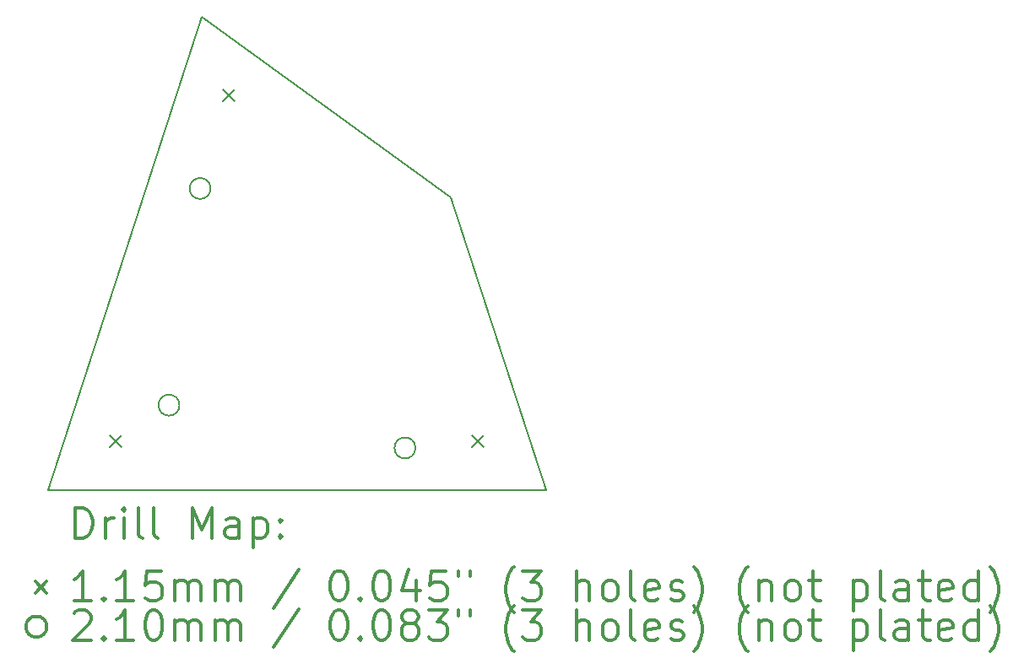
<source format=gbr>
%FSLAX45Y45*%
G04 Gerber Fmt 4.5, Leading zero omitted, Abs format (unit mm)*
G04 Created by KiCad (PCBNEW 5.1.8) date 2021-01-20 11:17:26*
%MOMM*%
%LPD*%
G01*
G04 APERTURE LIST*
%TA.AperFunction,Profile*%
%ADD10C,0.200000*%
%TD*%
%ADD11C,0.200000*%
%ADD12C,0.300000*%
G04 APERTURE END LIST*
D10*
X10486767Y-12307528D02*
X15486150Y-12304924D01*
X12031922Y-7554635D02*
X14531514Y-9368469D01*
X14531514Y-9368469D02*
X15486150Y-12304924D01*
X12031922Y-7554635D02*
X10486767Y-12307528D01*
D11*
X14743080Y-11753500D02*
X14858080Y-11868500D01*
X14858080Y-11753500D02*
X14743080Y-11868500D01*
X11108340Y-11753500D02*
X11223340Y-11868500D01*
X11223340Y-11753500D02*
X11108340Y-11868500D01*
X12243720Y-8281320D02*
X12358720Y-8396320D01*
X12358720Y-8281320D02*
X12243720Y-8396320D01*
X14174060Y-11879580D02*
G75*
G03*
X14174060Y-11879580I-105000J0D01*
G01*
X11806780Y-11450320D02*
G75*
G03*
X11806780Y-11450320I-105000J0D01*
G01*
X12119200Y-9276080D02*
G75*
G03*
X12119200Y-9276080I-105000J0D01*
G01*
D12*
X10763195Y-12783242D02*
X10763195Y-12483242D01*
X10834624Y-12483242D01*
X10877481Y-12497528D01*
X10906052Y-12526100D01*
X10920338Y-12554671D01*
X10934624Y-12611814D01*
X10934624Y-12654671D01*
X10920338Y-12711814D01*
X10906052Y-12740385D01*
X10877481Y-12768957D01*
X10834624Y-12783242D01*
X10763195Y-12783242D01*
X11063195Y-12783242D02*
X11063195Y-12583242D01*
X11063195Y-12640385D02*
X11077481Y-12611814D01*
X11091767Y-12597528D01*
X11120338Y-12583242D01*
X11148910Y-12583242D01*
X11248909Y-12783242D02*
X11248909Y-12583242D01*
X11248909Y-12483242D02*
X11234624Y-12497528D01*
X11248909Y-12511814D01*
X11263195Y-12497528D01*
X11248909Y-12483242D01*
X11248909Y-12511814D01*
X11434624Y-12783242D02*
X11406052Y-12768957D01*
X11391767Y-12740385D01*
X11391767Y-12483242D01*
X11591767Y-12783242D02*
X11563195Y-12768957D01*
X11548909Y-12740385D01*
X11548909Y-12483242D01*
X11934624Y-12783242D02*
X11934624Y-12483242D01*
X12034624Y-12697528D01*
X12134624Y-12483242D01*
X12134624Y-12783242D01*
X12406052Y-12783242D02*
X12406052Y-12626100D01*
X12391767Y-12597528D01*
X12363195Y-12583242D01*
X12306052Y-12583242D01*
X12277481Y-12597528D01*
X12406052Y-12768957D02*
X12377481Y-12783242D01*
X12306052Y-12783242D01*
X12277481Y-12768957D01*
X12263195Y-12740385D01*
X12263195Y-12711814D01*
X12277481Y-12683242D01*
X12306052Y-12668957D01*
X12377481Y-12668957D01*
X12406052Y-12654671D01*
X12548909Y-12583242D02*
X12548909Y-12883242D01*
X12548909Y-12597528D02*
X12577481Y-12583242D01*
X12634624Y-12583242D01*
X12663195Y-12597528D01*
X12677481Y-12611814D01*
X12691767Y-12640385D01*
X12691767Y-12726100D01*
X12677481Y-12754671D01*
X12663195Y-12768957D01*
X12634624Y-12783242D01*
X12577481Y-12783242D01*
X12548909Y-12768957D01*
X12820338Y-12754671D02*
X12834624Y-12768957D01*
X12820338Y-12783242D01*
X12806052Y-12768957D01*
X12820338Y-12754671D01*
X12820338Y-12783242D01*
X12820338Y-12597528D02*
X12834624Y-12611814D01*
X12820338Y-12626100D01*
X12806052Y-12611814D01*
X12820338Y-12597528D01*
X12820338Y-12626100D01*
X10361767Y-13220028D02*
X10476767Y-13335028D01*
X10476767Y-13220028D02*
X10361767Y-13335028D01*
X10920338Y-13413242D02*
X10748910Y-13413242D01*
X10834624Y-13413242D02*
X10834624Y-13113242D01*
X10806052Y-13156100D01*
X10777481Y-13184671D01*
X10748910Y-13198957D01*
X11048910Y-13384671D02*
X11063195Y-13398957D01*
X11048910Y-13413242D01*
X11034624Y-13398957D01*
X11048910Y-13384671D01*
X11048910Y-13413242D01*
X11348909Y-13413242D02*
X11177481Y-13413242D01*
X11263195Y-13413242D02*
X11263195Y-13113242D01*
X11234624Y-13156100D01*
X11206052Y-13184671D01*
X11177481Y-13198957D01*
X11620338Y-13113242D02*
X11477481Y-13113242D01*
X11463195Y-13256100D01*
X11477481Y-13241814D01*
X11506052Y-13227528D01*
X11577481Y-13227528D01*
X11606052Y-13241814D01*
X11620338Y-13256100D01*
X11634624Y-13284671D01*
X11634624Y-13356100D01*
X11620338Y-13384671D01*
X11606052Y-13398957D01*
X11577481Y-13413242D01*
X11506052Y-13413242D01*
X11477481Y-13398957D01*
X11463195Y-13384671D01*
X11763195Y-13413242D02*
X11763195Y-13213242D01*
X11763195Y-13241814D02*
X11777481Y-13227528D01*
X11806052Y-13213242D01*
X11848909Y-13213242D01*
X11877481Y-13227528D01*
X11891767Y-13256100D01*
X11891767Y-13413242D01*
X11891767Y-13256100D02*
X11906052Y-13227528D01*
X11934624Y-13213242D01*
X11977481Y-13213242D01*
X12006052Y-13227528D01*
X12020338Y-13256100D01*
X12020338Y-13413242D01*
X12163195Y-13413242D02*
X12163195Y-13213242D01*
X12163195Y-13241814D02*
X12177481Y-13227528D01*
X12206052Y-13213242D01*
X12248909Y-13213242D01*
X12277481Y-13227528D01*
X12291767Y-13256100D01*
X12291767Y-13413242D01*
X12291767Y-13256100D02*
X12306052Y-13227528D01*
X12334624Y-13213242D01*
X12377481Y-13213242D01*
X12406052Y-13227528D01*
X12420338Y-13256100D01*
X12420338Y-13413242D01*
X13006052Y-13098957D02*
X12748909Y-13484671D01*
X13391767Y-13113242D02*
X13420338Y-13113242D01*
X13448909Y-13127528D01*
X13463195Y-13141814D01*
X13477481Y-13170385D01*
X13491767Y-13227528D01*
X13491767Y-13298957D01*
X13477481Y-13356100D01*
X13463195Y-13384671D01*
X13448909Y-13398957D01*
X13420338Y-13413242D01*
X13391767Y-13413242D01*
X13363195Y-13398957D01*
X13348909Y-13384671D01*
X13334624Y-13356100D01*
X13320338Y-13298957D01*
X13320338Y-13227528D01*
X13334624Y-13170385D01*
X13348909Y-13141814D01*
X13363195Y-13127528D01*
X13391767Y-13113242D01*
X13620338Y-13384671D02*
X13634624Y-13398957D01*
X13620338Y-13413242D01*
X13606052Y-13398957D01*
X13620338Y-13384671D01*
X13620338Y-13413242D01*
X13820338Y-13113242D02*
X13848909Y-13113242D01*
X13877481Y-13127528D01*
X13891767Y-13141814D01*
X13906052Y-13170385D01*
X13920338Y-13227528D01*
X13920338Y-13298957D01*
X13906052Y-13356100D01*
X13891767Y-13384671D01*
X13877481Y-13398957D01*
X13848909Y-13413242D01*
X13820338Y-13413242D01*
X13791767Y-13398957D01*
X13777481Y-13384671D01*
X13763195Y-13356100D01*
X13748909Y-13298957D01*
X13748909Y-13227528D01*
X13763195Y-13170385D01*
X13777481Y-13141814D01*
X13791767Y-13127528D01*
X13820338Y-13113242D01*
X14177481Y-13213242D02*
X14177481Y-13413242D01*
X14106052Y-13098957D02*
X14034624Y-13313242D01*
X14220338Y-13313242D01*
X14477481Y-13113242D02*
X14334624Y-13113242D01*
X14320338Y-13256100D01*
X14334624Y-13241814D01*
X14363195Y-13227528D01*
X14434624Y-13227528D01*
X14463195Y-13241814D01*
X14477481Y-13256100D01*
X14491767Y-13284671D01*
X14491767Y-13356100D01*
X14477481Y-13384671D01*
X14463195Y-13398957D01*
X14434624Y-13413242D01*
X14363195Y-13413242D01*
X14334624Y-13398957D01*
X14320338Y-13384671D01*
X14606052Y-13113242D02*
X14606052Y-13170385D01*
X14720338Y-13113242D02*
X14720338Y-13170385D01*
X15163195Y-13527528D02*
X15148909Y-13513242D01*
X15120338Y-13470385D01*
X15106052Y-13441814D01*
X15091767Y-13398957D01*
X15077481Y-13327528D01*
X15077481Y-13270385D01*
X15091767Y-13198957D01*
X15106052Y-13156100D01*
X15120338Y-13127528D01*
X15148909Y-13084671D01*
X15163195Y-13070385D01*
X15248909Y-13113242D02*
X15434624Y-13113242D01*
X15334624Y-13227528D01*
X15377481Y-13227528D01*
X15406052Y-13241814D01*
X15420338Y-13256100D01*
X15434624Y-13284671D01*
X15434624Y-13356100D01*
X15420338Y-13384671D01*
X15406052Y-13398957D01*
X15377481Y-13413242D01*
X15291767Y-13413242D01*
X15263195Y-13398957D01*
X15248909Y-13384671D01*
X15791767Y-13413242D02*
X15791767Y-13113242D01*
X15920338Y-13413242D02*
X15920338Y-13256100D01*
X15906052Y-13227528D01*
X15877481Y-13213242D01*
X15834624Y-13213242D01*
X15806052Y-13227528D01*
X15791767Y-13241814D01*
X16106052Y-13413242D02*
X16077481Y-13398957D01*
X16063195Y-13384671D01*
X16048909Y-13356100D01*
X16048909Y-13270385D01*
X16063195Y-13241814D01*
X16077481Y-13227528D01*
X16106052Y-13213242D01*
X16148909Y-13213242D01*
X16177481Y-13227528D01*
X16191767Y-13241814D01*
X16206052Y-13270385D01*
X16206052Y-13356100D01*
X16191767Y-13384671D01*
X16177481Y-13398957D01*
X16148909Y-13413242D01*
X16106052Y-13413242D01*
X16377481Y-13413242D02*
X16348909Y-13398957D01*
X16334624Y-13370385D01*
X16334624Y-13113242D01*
X16606052Y-13398957D02*
X16577481Y-13413242D01*
X16520338Y-13413242D01*
X16491767Y-13398957D01*
X16477481Y-13370385D01*
X16477481Y-13256100D01*
X16491767Y-13227528D01*
X16520338Y-13213242D01*
X16577481Y-13213242D01*
X16606052Y-13227528D01*
X16620338Y-13256100D01*
X16620338Y-13284671D01*
X16477481Y-13313242D01*
X16734624Y-13398957D02*
X16763195Y-13413242D01*
X16820338Y-13413242D01*
X16848910Y-13398957D01*
X16863195Y-13370385D01*
X16863195Y-13356100D01*
X16848910Y-13327528D01*
X16820338Y-13313242D01*
X16777481Y-13313242D01*
X16748909Y-13298957D01*
X16734624Y-13270385D01*
X16734624Y-13256100D01*
X16748909Y-13227528D01*
X16777481Y-13213242D01*
X16820338Y-13213242D01*
X16848910Y-13227528D01*
X16963195Y-13527528D02*
X16977481Y-13513242D01*
X17006052Y-13470385D01*
X17020338Y-13441814D01*
X17034624Y-13398957D01*
X17048910Y-13327528D01*
X17048910Y-13270385D01*
X17034624Y-13198957D01*
X17020338Y-13156100D01*
X17006052Y-13127528D01*
X16977481Y-13084671D01*
X16963195Y-13070385D01*
X17506052Y-13527528D02*
X17491767Y-13513242D01*
X17463195Y-13470385D01*
X17448910Y-13441814D01*
X17434624Y-13398957D01*
X17420338Y-13327528D01*
X17420338Y-13270385D01*
X17434624Y-13198957D01*
X17448910Y-13156100D01*
X17463195Y-13127528D01*
X17491767Y-13084671D01*
X17506052Y-13070385D01*
X17620338Y-13213242D02*
X17620338Y-13413242D01*
X17620338Y-13241814D02*
X17634624Y-13227528D01*
X17663195Y-13213242D01*
X17706052Y-13213242D01*
X17734624Y-13227528D01*
X17748910Y-13256100D01*
X17748910Y-13413242D01*
X17934624Y-13413242D02*
X17906052Y-13398957D01*
X17891767Y-13384671D01*
X17877481Y-13356100D01*
X17877481Y-13270385D01*
X17891767Y-13241814D01*
X17906052Y-13227528D01*
X17934624Y-13213242D01*
X17977481Y-13213242D01*
X18006052Y-13227528D01*
X18020338Y-13241814D01*
X18034624Y-13270385D01*
X18034624Y-13356100D01*
X18020338Y-13384671D01*
X18006052Y-13398957D01*
X17977481Y-13413242D01*
X17934624Y-13413242D01*
X18120338Y-13213242D02*
X18234624Y-13213242D01*
X18163195Y-13113242D02*
X18163195Y-13370385D01*
X18177481Y-13398957D01*
X18206052Y-13413242D01*
X18234624Y-13413242D01*
X18563195Y-13213242D02*
X18563195Y-13513242D01*
X18563195Y-13227528D02*
X18591767Y-13213242D01*
X18648910Y-13213242D01*
X18677481Y-13227528D01*
X18691767Y-13241814D01*
X18706052Y-13270385D01*
X18706052Y-13356100D01*
X18691767Y-13384671D01*
X18677481Y-13398957D01*
X18648910Y-13413242D01*
X18591767Y-13413242D01*
X18563195Y-13398957D01*
X18877481Y-13413242D02*
X18848910Y-13398957D01*
X18834624Y-13370385D01*
X18834624Y-13113242D01*
X19120338Y-13413242D02*
X19120338Y-13256100D01*
X19106052Y-13227528D01*
X19077481Y-13213242D01*
X19020338Y-13213242D01*
X18991767Y-13227528D01*
X19120338Y-13398957D02*
X19091767Y-13413242D01*
X19020338Y-13413242D01*
X18991767Y-13398957D01*
X18977481Y-13370385D01*
X18977481Y-13341814D01*
X18991767Y-13313242D01*
X19020338Y-13298957D01*
X19091767Y-13298957D01*
X19120338Y-13284671D01*
X19220338Y-13213242D02*
X19334624Y-13213242D01*
X19263195Y-13113242D02*
X19263195Y-13370385D01*
X19277481Y-13398957D01*
X19306052Y-13413242D01*
X19334624Y-13413242D01*
X19548910Y-13398957D02*
X19520338Y-13413242D01*
X19463195Y-13413242D01*
X19434624Y-13398957D01*
X19420338Y-13370385D01*
X19420338Y-13256100D01*
X19434624Y-13227528D01*
X19463195Y-13213242D01*
X19520338Y-13213242D01*
X19548910Y-13227528D01*
X19563195Y-13256100D01*
X19563195Y-13284671D01*
X19420338Y-13313242D01*
X19820338Y-13413242D02*
X19820338Y-13113242D01*
X19820338Y-13398957D02*
X19791767Y-13413242D01*
X19734624Y-13413242D01*
X19706052Y-13398957D01*
X19691767Y-13384671D01*
X19677481Y-13356100D01*
X19677481Y-13270385D01*
X19691767Y-13241814D01*
X19706052Y-13227528D01*
X19734624Y-13213242D01*
X19791767Y-13213242D01*
X19820338Y-13227528D01*
X19934624Y-13527528D02*
X19948910Y-13513242D01*
X19977481Y-13470385D01*
X19991767Y-13441814D01*
X20006052Y-13398957D01*
X20020338Y-13327528D01*
X20020338Y-13270385D01*
X20006052Y-13198957D01*
X19991767Y-13156100D01*
X19977481Y-13127528D01*
X19948910Y-13084671D01*
X19934624Y-13070385D01*
X10476767Y-13673528D02*
G75*
G03*
X10476767Y-13673528I-105000J0D01*
G01*
X10748910Y-13537814D02*
X10763195Y-13523528D01*
X10791767Y-13509242D01*
X10863195Y-13509242D01*
X10891767Y-13523528D01*
X10906052Y-13537814D01*
X10920338Y-13566385D01*
X10920338Y-13594957D01*
X10906052Y-13637814D01*
X10734624Y-13809242D01*
X10920338Y-13809242D01*
X11048910Y-13780671D02*
X11063195Y-13794957D01*
X11048910Y-13809242D01*
X11034624Y-13794957D01*
X11048910Y-13780671D01*
X11048910Y-13809242D01*
X11348909Y-13809242D02*
X11177481Y-13809242D01*
X11263195Y-13809242D02*
X11263195Y-13509242D01*
X11234624Y-13552100D01*
X11206052Y-13580671D01*
X11177481Y-13594957D01*
X11534624Y-13509242D02*
X11563195Y-13509242D01*
X11591767Y-13523528D01*
X11606052Y-13537814D01*
X11620338Y-13566385D01*
X11634624Y-13623528D01*
X11634624Y-13694957D01*
X11620338Y-13752100D01*
X11606052Y-13780671D01*
X11591767Y-13794957D01*
X11563195Y-13809242D01*
X11534624Y-13809242D01*
X11506052Y-13794957D01*
X11491767Y-13780671D01*
X11477481Y-13752100D01*
X11463195Y-13694957D01*
X11463195Y-13623528D01*
X11477481Y-13566385D01*
X11491767Y-13537814D01*
X11506052Y-13523528D01*
X11534624Y-13509242D01*
X11763195Y-13809242D02*
X11763195Y-13609242D01*
X11763195Y-13637814D02*
X11777481Y-13623528D01*
X11806052Y-13609242D01*
X11848909Y-13609242D01*
X11877481Y-13623528D01*
X11891767Y-13652100D01*
X11891767Y-13809242D01*
X11891767Y-13652100D02*
X11906052Y-13623528D01*
X11934624Y-13609242D01*
X11977481Y-13609242D01*
X12006052Y-13623528D01*
X12020338Y-13652100D01*
X12020338Y-13809242D01*
X12163195Y-13809242D02*
X12163195Y-13609242D01*
X12163195Y-13637814D02*
X12177481Y-13623528D01*
X12206052Y-13609242D01*
X12248909Y-13609242D01*
X12277481Y-13623528D01*
X12291767Y-13652100D01*
X12291767Y-13809242D01*
X12291767Y-13652100D02*
X12306052Y-13623528D01*
X12334624Y-13609242D01*
X12377481Y-13609242D01*
X12406052Y-13623528D01*
X12420338Y-13652100D01*
X12420338Y-13809242D01*
X13006052Y-13494957D02*
X12748909Y-13880671D01*
X13391767Y-13509242D02*
X13420338Y-13509242D01*
X13448909Y-13523528D01*
X13463195Y-13537814D01*
X13477481Y-13566385D01*
X13491767Y-13623528D01*
X13491767Y-13694957D01*
X13477481Y-13752100D01*
X13463195Y-13780671D01*
X13448909Y-13794957D01*
X13420338Y-13809242D01*
X13391767Y-13809242D01*
X13363195Y-13794957D01*
X13348909Y-13780671D01*
X13334624Y-13752100D01*
X13320338Y-13694957D01*
X13320338Y-13623528D01*
X13334624Y-13566385D01*
X13348909Y-13537814D01*
X13363195Y-13523528D01*
X13391767Y-13509242D01*
X13620338Y-13780671D02*
X13634624Y-13794957D01*
X13620338Y-13809242D01*
X13606052Y-13794957D01*
X13620338Y-13780671D01*
X13620338Y-13809242D01*
X13820338Y-13509242D02*
X13848909Y-13509242D01*
X13877481Y-13523528D01*
X13891767Y-13537814D01*
X13906052Y-13566385D01*
X13920338Y-13623528D01*
X13920338Y-13694957D01*
X13906052Y-13752100D01*
X13891767Y-13780671D01*
X13877481Y-13794957D01*
X13848909Y-13809242D01*
X13820338Y-13809242D01*
X13791767Y-13794957D01*
X13777481Y-13780671D01*
X13763195Y-13752100D01*
X13748909Y-13694957D01*
X13748909Y-13623528D01*
X13763195Y-13566385D01*
X13777481Y-13537814D01*
X13791767Y-13523528D01*
X13820338Y-13509242D01*
X14091767Y-13637814D02*
X14063195Y-13623528D01*
X14048909Y-13609242D01*
X14034624Y-13580671D01*
X14034624Y-13566385D01*
X14048909Y-13537814D01*
X14063195Y-13523528D01*
X14091767Y-13509242D01*
X14148909Y-13509242D01*
X14177481Y-13523528D01*
X14191767Y-13537814D01*
X14206052Y-13566385D01*
X14206052Y-13580671D01*
X14191767Y-13609242D01*
X14177481Y-13623528D01*
X14148909Y-13637814D01*
X14091767Y-13637814D01*
X14063195Y-13652100D01*
X14048909Y-13666385D01*
X14034624Y-13694957D01*
X14034624Y-13752100D01*
X14048909Y-13780671D01*
X14063195Y-13794957D01*
X14091767Y-13809242D01*
X14148909Y-13809242D01*
X14177481Y-13794957D01*
X14191767Y-13780671D01*
X14206052Y-13752100D01*
X14206052Y-13694957D01*
X14191767Y-13666385D01*
X14177481Y-13652100D01*
X14148909Y-13637814D01*
X14306052Y-13509242D02*
X14491767Y-13509242D01*
X14391767Y-13623528D01*
X14434624Y-13623528D01*
X14463195Y-13637814D01*
X14477481Y-13652100D01*
X14491767Y-13680671D01*
X14491767Y-13752100D01*
X14477481Y-13780671D01*
X14463195Y-13794957D01*
X14434624Y-13809242D01*
X14348909Y-13809242D01*
X14320338Y-13794957D01*
X14306052Y-13780671D01*
X14606052Y-13509242D02*
X14606052Y-13566385D01*
X14720338Y-13509242D02*
X14720338Y-13566385D01*
X15163195Y-13923528D02*
X15148909Y-13909242D01*
X15120338Y-13866385D01*
X15106052Y-13837814D01*
X15091767Y-13794957D01*
X15077481Y-13723528D01*
X15077481Y-13666385D01*
X15091767Y-13594957D01*
X15106052Y-13552100D01*
X15120338Y-13523528D01*
X15148909Y-13480671D01*
X15163195Y-13466385D01*
X15248909Y-13509242D02*
X15434624Y-13509242D01*
X15334624Y-13623528D01*
X15377481Y-13623528D01*
X15406052Y-13637814D01*
X15420338Y-13652100D01*
X15434624Y-13680671D01*
X15434624Y-13752100D01*
X15420338Y-13780671D01*
X15406052Y-13794957D01*
X15377481Y-13809242D01*
X15291767Y-13809242D01*
X15263195Y-13794957D01*
X15248909Y-13780671D01*
X15791767Y-13809242D02*
X15791767Y-13509242D01*
X15920338Y-13809242D02*
X15920338Y-13652100D01*
X15906052Y-13623528D01*
X15877481Y-13609242D01*
X15834624Y-13609242D01*
X15806052Y-13623528D01*
X15791767Y-13637814D01*
X16106052Y-13809242D02*
X16077481Y-13794957D01*
X16063195Y-13780671D01*
X16048909Y-13752100D01*
X16048909Y-13666385D01*
X16063195Y-13637814D01*
X16077481Y-13623528D01*
X16106052Y-13609242D01*
X16148909Y-13609242D01*
X16177481Y-13623528D01*
X16191767Y-13637814D01*
X16206052Y-13666385D01*
X16206052Y-13752100D01*
X16191767Y-13780671D01*
X16177481Y-13794957D01*
X16148909Y-13809242D01*
X16106052Y-13809242D01*
X16377481Y-13809242D02*
X16348909Y-13794957D01*
X16334624Y-13766385D01*
X16334624Y-13509242D01*
X16606052Y-13794957D02*
X16577481Y-13809242D01*
X16520338Y-13809242D01*
X16491767Y-13794957D01*
X16477481Y-13766385D01*
X16477481Y-13652100D01*
X16491767Y-13623528D01*
X16520338Y-13609242D01*
X16577481Y-13609242D01*
X16606052Y-13623528D01*
X16620338Y-13652100D01*
X16620338Y-13680671D01*
X16477481Y-13709242D01*
X16734624Y-13794957D02*
X16763195Y-13809242D01*
X16820338Y-13809242D01*
X16848910Y-13794957D01*
X16863195Y-13766385D01*
X16863195Y-13752100D01*
X16848910Y-13723528D01*
X16820338Y-13709242D01*
X16777481Y-13709242D01*
X16748909Y-13694957D01*
X16734624Y-13666385D01*
X16734624Y-13652100D01*
X16748909Y-13623528D01*
X16777481Y-13609242D01*
X16820338Y-13609242D01*
X16848910Y-13623528D01*
X16963195Y-13923528D02*
X16977481Y-13909242D01*
X17006052Y-13866385D01*
X17020338Y-13837814D01*
X17034624Y-13794957D01*
X17048910Y-13723528D01*
X17048910Y-13666385D01*
X17034624Y-13594957D01*
X17020338Y-13552100D01*
X17006052Y-13523528D01*
X16977481Y-13480671D01*
X16963195Y-13466385D01*
X17506052Y-13923528D02*
X17491767Y-13909242D01*
X17463195Y-13866385D01*
X17448910Y-13837814D01*
X17434624Y-13794957D01*
X17420338Y-13723528D01*
X17420338Y-13666385D01*
X17434624Y-13594957D01*
X17448910Y-13552100D01*
X17463195Y-13523528D01*
X17491767Y-13480671D01*
X17506052Y-13466385D01*
X17620338Y-13609242D02*
X17620338Y-13809242D01*
X17620338Y-13637814D02*
X17634624Y-13623528D01*
X17663195Y-13609242D01*
X17706052Y-13609242D01*
X17734624Y-13623528D01*
X17748910Y-13652100D01*
X17748910Y-13809242D01*
X17934624Y-13809242D02*
X17906052Y-13794957D01*
X17891767Y-13780671D01*
X17877481Y-13752100D01*
X17877481Y-13666385D01*
X17891767Y-13637814D01*
X17906052Y-13623528D01*
X17934624Y-13609242D01*
X17977481Y-13609242D01*
X18006052Y-13623528D01*
X18020338Y-13637814D01*
X18034624Y-13666385D01*
X18034624Y-13752100D01*
X18020338Y-13780671D01*
X18006052Y-13794957D01*
X17977481Y-13809242D01*
X17934624Y-13809242D01*
X18120338Y-13609242D02*
X18234624Y-13609242D01*
X18163195Y-13509242D02*
X18163195Y-13766385D01*
X18177481Y-13794957D01*
X18206052Y-13809242D01*
X18234624Y-13809242D01*
X18563195Y-13609242D02*
X18563195Y-13909242D01*
X18563195Y-13623528D02*
X18591767Y-13609242D01*
X18648910Y-13609242D01*
X18677481Y-13623528D01*
X18691767Y-13637814D01*
X18706052Y-13666385D01*
X18706052Y-13752100D01*
X18691767Y-13780671D01*
X18677481Y-13794957D01*
X18648910Y-13809242D01*
X18591767Y-13809242D01*
X18563195Y-13794957D01*
X18877481Y-13809242D02*
X18848910Y-13794957D01*
X18834624Y-13766385D01*
X18834624Y-13509242D01*
X19120338Y-13809242D02*
X19120338Y-13652100D01*
X19106052Y-13623528D01*
X19077481Y-13609242D01*
X19020338Y-13609242D01*
X18991767Y-13623528D01*
X19120338Y-13794957D02*
X19091767Y-13809242D01*
X19020338Y-13809242D01*
X18991767Y-13794957D01*
X18977481Y-13766385D01*
X18977481Y-13737814D01*
X18991767Y-13709242D01*
X19020338Y-13694957D01*
X19091767Y-13694957D01*
X19120338Y-13680671D01*
X19220338Y-13609242D02*
X19334624Y-13609242D01*
X19263195Y-13509242D02*
X19263195Y-13766385D01*
X19277481Y-13794957D01*
X19306052Y-13809242D01*
X19334624Y-13809242D01*
X19548910Y-13794957D02*
X19520338Y-13809242D01*
X19463195Y-13809242D01*
X19434624Y-13794957D01*
X19420338Y-13766385D01*
X19420338Y-13652100D01*
X19434624Y-13623528D01*
X19463195Y-13609242D01*
X19520338Y-13609242D01*
X19548910Y-13623528D01*
X19563195Y-13652100D01*
X19563195Y-13680671D01*
X19420338Y-13709242D01*
X19820338Y-13809242D02*
X19820338Y-13509242D01*
X19820338Y-13794957D02*
X19791767Y-13809242D01*
X19734624Y-13809242D01*
X19706052Y-13794957D01*
X19691767Y-13780671D01*
X19677481Y-13752100D01*
X19677481Y-13666385D01*
X19691767Y-13637814D01*
X19706052Y-13623528D01*
X19734624Y-13609242D01*
X19791767Y-13609242D01*
X19820338Y-13623528D01*
X19934624Y-13923528D02*
X19948910Y-13909242D01*
X19977481Y-13866385D01*
X19991767Y-13837814D01*
X20006052Y-13794957D01*
X20020338Y-13723528D01*
X20020338Y-13666385D01*
X20006052Y-13594957D01*
X19991767Y-13552100D01*
X19977481Y-13523528D01*
X19948910Y-13480671D01*
X19934624Y-13466385D01*
M02*

</source>
